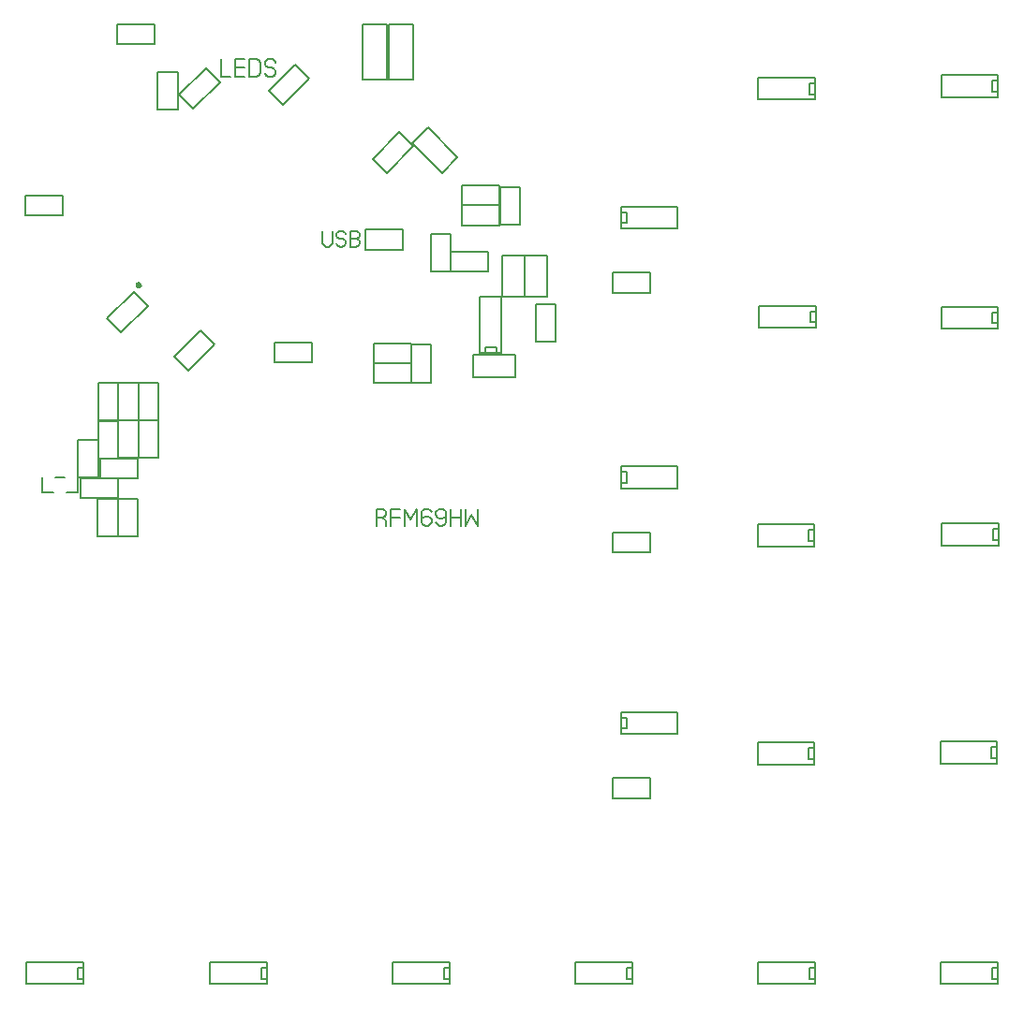
<source format=gto>
%FSLAX34Y34*%
%MOMM*%
%LNSILK_TOP*%
G71*
G01*
%ADD10C, 0.100*%
%ADD11C, 0.178*%
%ADD12C, 0.189*%
%ADD13C, 0.150*%
%ADD14C, 0.200*%
%LPD*%
G54D10*
G75*
G01X149134Y-250247D02*
G03X149134Y-250247I-2500J0D01*
G01*
G36*
G75*
G01X149134Y-250247D02*
G03X149134Y-250247I-2500J0D01*
G01*
G37*
X149134Y-250247D01*
G54D11*
X313078Y-201188D02*
X313078Y-212744D01*
X314145Y-214522D01*
X316278Y-215411D01*
X318412Y-215411D01*
X320545Y-214522D01*
X321612Y-212744D01*
X321612Y-201188D01*
G54D11*
X325522Y-212744D02*
X326589Y-214522D01*
X328722Y-215411D01*
X330856Y-215411D01*
X332989Y-214522D01*
X334056Y-212744D01*
X334056Y-210966D01*
X332989Y-209188D01*
X330856Y-208300D01*
X328722Y-208300D01*
X326589Y-207411D01*
X325522Y-205633D01*
X325522Y-203855D01*
X326589Y-202077D01*
X328722Y-201188D01*
X330856Y-201188D01*
X332989Y-202077D01*
X334056Y-203855D01*
G54D11*
X337966Y-215411D02*
X337966Y-201188D01*
X343300Y-201188D01*
X345433Y-202077D01*
X346500Y-203855D01*
X346500Y-205633D01*
X345433Y-207411D01*
X343300Y-208300D01*
X345433Y-209188D01*
X346500Y-210966D01*
X346500Y-212744D01*
X345433Y-214522D01*
X343300Y-215411D01*
X337966Y-215411D01*
G54D11*
X337966Y-208300D02*
X343300Y-208300D01*
G54D12*
X366017Y-460202D02*
X369417Y-462091D01*
X370550Y-463980D01*
X370550Y-467758D01*
G54D12*
X361484Y-467758D02*
X361484Y-452646D01*
X367150Y-452646D01*
X369417Y-453591D01*
X370550Y-455480D01*
X370550Y-457369D01*
X369417Y-459258D01*
X367150Y-460202D01*
X361484Y-460202D01*
G54D12*
X374707Y-467758D02*
X374707Y-452647D01*
X382640Y-452646D01*
G54D12*
X374707Y-460202D02*
X382640Y-460202D01*
G54D12*
X386796Y-467758D02*
X386796Y-452646D01*
X392462Y-462091D01*
X398129Y-452647D01*
X398129Y-467758D01*
G54D12*
X411352Y-455480D02*
X410218Y-453591D01*
X407952Y-452647D01*
X405685Y-452646D01*
X403418Y-453591D01*
X402285Y-455480D01*
X402285Y-460202D01*
X402285Y-461146D01*
X405685Y-459258D01*
X407952Y-459258D01*
X410218Y-460202D01*
X411352Y-462091D01*
X411352Y-464924D01*
X410218Y-466813D01*
X407952Y-467758D01*
X405685Y-467758D01*
X403418Y-466813D01*
X402284Y-464924D01*
X402285Y-460202D01*
G54D12*
X415508Y-464924D02*
X416641Y-466813D01*
X418908Y-467758D01*
X421174Y-467758D01*
X423441Y-466813D01*
X424574Y-464924D01*
X424574Y-460202D01*
X424574Y-459258D01*
X421174Y-461146D01*
X418908Y-461146D01*
X416641Y-460202D01*
X415508Y-458313D01*
X415508Y-455480D01*
X416641Y-453591D01*
X418908Y-452646D01*
X421174Y-452646D01*
X423441Y-453591D01*
X424574Y-455480D01*
X424574Y-460202D01*
G54D12*
X428731Y-467758D02*
X428731Y-452646D01*
G54D12*
X437798Y-467758D02*
X437798Y-452647D01*
G54D12*
X428731Y-460202D02*
X437798Y-460202D01*
G54D12*
X441954Y-452647D02*
X441954Y-467758D01*
X447620Y-458313D01*
X453287Y-467758D01*
X453287Y-452647D01*
G54D13*
X351465Y-218153D02*
X351465Y-200153D01*
X385465Y-200153D01*
X385465Y-218153D01*
X351465Y-218153D01*
G54D13*
X472844Y-177994D02*
X472844Y-195994D01*
X438844Y-195994D01*
X438844Y-177994D01*
X472844Y-177994D01*
G54D13*
X472844Y-159737D02*
X472844Y-177737D01*
X438844Y-177737D01*
X438844Y-159737D01*
X472844Y-159737D01*
G54D13*
X382456Y-111790D02*
X395184Y-124518D01*
X371142Y-148560D01*
X358414Y-135832D01*
X382456Y-111790D01*
G54D13*
X269775Y-319819D02*
X269775Y-301819D01*
X303775Y-301819D01*
X303775Y-319819D01*
X269775Y-319819D01*
G54D13*
X454796Y-311493D02*
X474796Y-311493D01*
X474796Y-260393D01*
X454796Y-260393D01*
X454796Y-311493D01*
G54D13*
X459796Y-311493D02*
X469796Y-311493D01*
X469796Y-306493D01*
X459796Y-306493D01*
X459796Y-311493D01*
G54D14*
X221334Y-45608D02*
X221334Y-61608D01*
X229734Y-61608D01*
G54D14*
X242534Y-61608D02*
X234134Y-61608D01*
X234134Y-45608D01*
X242534Y-45608D01*
G54D14*
X234134Y-53608D02*
X242534Y-53608D01*
G54D14*
X246934Y-61608D02*
X246934Y-45608D01*
X252934Y-45608D01*
X255334Y-46608D01*
X256534Y-48608D01*
X256534Y-58608D01*
X255334Y-60608D01*
X252934Y-61608D01*
X246934Y-61608D01*
G54D14*
X260934Y-58608D02*
X262134Y-60608D01*
X264534Y-61608D01*
X266934Y-61608D01*
X269334Y-60608D01*
X270534Y-58608D01*
X270534Y-56608D01*
X269334Y-54608D01*
X266934Y-53608D01*
X264534Y-53608D01*
X262134Y-52608D01*
X260934Y-50608D01*
X260934Y-48608D01*
X262134Y-46608D01*
X264534Y-45608D01*
X266934Y-45608D01*
X269334Y-46608D01*
X270534Y-48608D01*
G54D13*
X164038Y-57507D02*
X182038Y-57507D01*
X182038Y-91507D01*
X164038Y-91507D01*
X164038Y-57507D01*
G54D13*
X288392Y-50566D02*
X301120Y-63294D01*
X277078Y-87335D01*
X264350Y-74608D01*
X288392Y-50566D01*
G54D13*
X207428Y-54138D02*
X220156Y-66865D01*
X196115Y-90907D01*
X183387Y-78179D01*
X207428Y-54138D01*
G54D13*
X349472Y-14656D02*
X371472Y-14656D01*
X371472Y-64656D01*
X349472Y-64656D01*
X349472Y-14656D01*
G54D13*
X372491Y-14656D02*
X394491Y-14656D01*
X394491Y-64656D01*
X372491Y-64656D01*
X372491Y-14656D01*
G54D13*
X178631Y-314822D02*
X191358Y-327550D01*
X215400Y-303509D01*
X202672Y-290781D01*
X178631Y-314822D01*
G54D13*
X164344Y-338600D02*
X146344Y-338600D01*
X146344Y-372600D01*
X164344Y-372600D01*
X164344Y-338600D01*
G54D13*
X146484Y-338600D02*
X128484Y-338600D01*
X128484Y-372600D01*
X146484Y-372600D01*
X146484Y-338600D01*
G54D13*
X164344Y-372731D02*
X146344Y-372731D01*
X146344Y-406731D01*
X164344Y-406731D01*
X164344Y-372731D01*
G54D13*
X146484Y-372731D02*
X128484Y-372731D01*
X128484Y-406731D01*
X146484Y-406731D01*
X146484Y-372731D01*
G54D13*
X127764Y-443474D02*
X109764Y-443473D01*
X109764Y-477473D01*
X127764Y-477473D01*
X127764Y-443474D01*
G54D13*
X146149Y-443543D02*
X128150Y-443543D01*
X128150Y-477543D01*
X146149Y-477543D01*
X146149Y-443543D01*
G54D13*
X59708Y-424342D02*
X59708Y-437342D01*
X69708Y-437342D01*
G54D13*
X79708Y-424342D02*
X71708Y-424342D01*
G54D13*
X410728Y-203729D02*
X428728Y-203729D01*
X428728Y-237729D01*
X410728Y-237729D01*
X410728Y-203729D01*
G54D13*
X462770Y-219832D02*
X462770Y-237832D01*
X428770Y-237832D01*
X428770Y-219832D01*
X462770Y-219832D01*
G54D13*
X392959Y-302658D02*
X392959Y-320658D01*
X358959Y-320658D01*
X358959Y-302658D01*
X392959Y-302658D01*
G54D13*
X523661Y-301487D02*
X505661Y-301487D01*
X505661Y-267487D01*
X523661Y-267487D01*
X523661Y-301487D01*
G54D13*
X475164Y-223063D02*
X495164Y-223063D01*
X495164Y-261063D01*
X475164Y-261063D01*
X475164Y-223063D01*
G54D13*
X486890Y-313453D02*
X486890Y-333453D01*
X448890Y-333453D01*
X448890Y-313453D01*
X486890Y-313453D01*
G54D13*
X495801Y-223063D02*
X515801Y-223063D01*
X515801Y-261063D01*
X495801Y-261063D01*
X495801Y-223063D01*
G54D13*
X392959Y-320914D02*
X392959Y-338914D01*
X358959Y-338914D01*
X358959Y-320914D01*
X392959Y-320914D01*
G54D13*
X491368Y-195594D02*
X473368Y-195594D01*
X473368Y-161594D01*
X491368Y-161594D01*
X491368Y-195594D01*
G54D13*
X160963Y-14479D02*
X160963Y-32479D01*
X126963Y-32479D01*
X126963Y-14479D01*
X160963Y-14479D01*
G54D13*
X128040Y-338621D02*
X110040Y-338621D01*
X110040Y-372621D01*
X128040Y-372621D01*
X128040Y-338621D01*
G54D13*
X128037Y-372922D02*
X110037Y-372922D01*
X110037Y-406922D01*
X128037Y-406923D01*
X128037Y-372922D01*
G54D13*
X127994Y-443020D02*
X127994Y-425020D01*
X93994Y-425020D01*
X93994Y-443020D01*
X127994Y-443020D01*
G54D13*
X146150Y-425163D02*
X146150Y-407163D01*
X112150Y-407163D01*
X112150Y-425163D01*
X146150Y-425163D01*
G54D13*
X155066Y-269106D02*
X142338Y-256378D01*
X118297Y-280420D01*
X131024Y-293148D01*
X155066Y-269106D01*
G54D13*
X91972Y-424432D02*
X109972Y-424432D01*
X109972Y-390432D01*
X91972Y-390432D01*
X91972Y-424432D01*
G54D13*
X91714Y-424348D02*
X91714Y-437348D01*
X81714Y-437348D01*
G54D13*
X393916Y-121747D02*
X408059Y-107604D01*
X434929Y-134475D01*
X420786Y-148617D01*
X393916Y-121747D01*
G54D13*
X44203Y-186986D02*
X44203Y-168986D01*
X78203Y-168986D01*
X78203Y-186986D01*
X44203Y-186986D01*
G54D13*
X757696Y-882516D02*
X757696Y-862515D01*
X706596Y-862516D01*
X706596Y-882516D01*
X757696Y-882516D01*
G54D13*
X757696Y-877516D02*
X757696Y-867516D01*
X752696Y-867515D01*
X752696Y-877516D01*
X757696Y-877516D01*
G54D13*
X262396Y-882516D02*
X262396Y-862515D01*
X211296Y-862516D01*
X211296Y-882516D01*
X262396Y-882516D01*
G54D13*
X262396Y-877516D02*
X262396Y-867516D01*
X257396Y-867515D01*
X257396Y-877516D01*
X262396Y-877516D01*
G54D13*
X427496Y-882516D02*
X427496Y-862515D01*
X376396Y-862516D01*
X376396Y-882516D01*
X427496Y-882516D01*
G54D13*
X427496Y-877516D02*
X427496Y-867516D01*
X422496Y-867515D01*
X422496Y-877516D01*
X427496Y-877516D01*
G54D13*
X922796Y-882516D02*
X922796Y-862515D01*
X871696Y-862516D01*
X871696Y-882516D01*
X922796Y-882516D01*
G54D13*
X922796Y-877516D02*
X922796Y-867516D01*
X917796Y-867515D01*
X917796Y-877516D01*
X922796Y-877516D01*
G54D13*
X592596Y-882516D02*
X592596Y-862515D01*
X541496Y-862516D01*
X541496Y-882516D01*
X592596Y-882516D01*
G54D13*
X592596Y-877516D02*
X592596Y-867516D01*
X587596Y-867515D01*
X587596Y-877516D01*
X592596Y-877516D01*
G54D13*
X96502Y-882516D02*
X96502Y-862515D01*
X45402Y-862516D01*
X45402Y-882516D01*
X96502Y-882516D01*
G54D13*
X96502Y-877516D02*
X96502Y-867516D01*
X91502Y-867515D01*
X91502Y-877516D01*
X96502Y-877516D01*
G54D13*
X922605Y-682972D02*
X922605Y-662972D01*
X871505Y-662972D01*
X871505Y-682972D01*
X922605Y-682972D01*
G54D13*
X922605Y-677972D02*
X922605Y-667972D01*
X917605Y-667972D01*
X917605Y-677972D01*
X922605Y-677972D01*
G54D13*
X757108Y-683766D02*
X757108Y-663765D01*
X706008Y-663766D01*
X706008Y-683766D01*
X757108Y-683766D01*
G54D13*
X757108Y-678766D02*
X757108Y-668766D01*
X752108Y-668765D01*
X752108Y-678766D01*
X757108Y-678766D01*
G54D13*
X757277Y-486372D02*
X757277Y-466372D01*
X706177Y-466372D01*
X706177Y-486372D01*
X757277Y-486372D01*
G54D13*
X757277Y-481372D02*
X757277Y-471372D01*
X752277Y-471372D01*
X752277Y-481372D01*
X757277Y-481372D01*
G54D13*
X923796Y-485725D02*
X923796Y-465725D01*
X872696Y-465725D01*
X872696Y-485725D01*
X923796Y-485725D01*
G54D13*
X923796Y-480725D02*
X923796Y-470725D01*
X918796Y-470725D01*
X918796Y-480725D01*
X923796Y-480725D01*
G54D13*
X923002Y-289669D02*
X923002Y-269668D01*
X871902Y-269669D01*
X871902Y-289669D01*
X923002Y-289669D01*
G54D13*
X923002Y-284669D02*
X923002Y-274669D01*
X918002Y-274668D01*
X918002Y-284669D01*
X923002Y-284669D01*
G54D13*
X758696Y-288875D02*
X758696Y-268875D01*
X707596Y-268875D01*
X707596Y-288875D01*
X758696Y-288875D01*
G54D13*
X758696Y-283875D02*
X758696Y-273875D01*
X753696Y-273875D01*
X753696Y-283875D01*
X758696Y-283875D01*
G54D13*
X582684Y-636324D02*
X582684Y-656324D01*
X633784Y-656324D01*
X633784Y-636324D01*
X582684Y-636324D01*
G54D13*
X582684Y-641324D02*
X582684Y-651324D01*
X587684Y-651324D01*
X587684Y-641324D01*
X582684Y-641324D01*
G54D13*
X574780Y-714090D02*
X574780Y-696090D01*
X608780Y-696090D01*
X608780Y-714090D01*
X574780Y-714090D01*
G54D13*
X582684Y-414074D02*
X582684Y-434074D01*
X633784Y-434074D01*
X633784Y-414074D01*
X582684Y-414074D01*
G54D13*
X582684Y-419074D02*
X582684Y-429074D01*
X587684Y-429074D01*
X587684Y-419074D01*
X582684Y-419074D01*
G54D13*
X574780Y-491840D02*
X574780Y-473840D01*
X608780Y-473840D01*
X608780Y-491840D01*
X574780Y-491840D01*
G54D13*
X582684Y-179124D02*
X582684Y-199124D01*
X633784Y-199124D01*
X633784Y-179124D01*
X582684Y-179124D01*
G54D13*
X582684Y-184124D02*
X582684Y-194124D01*
X587684Y-194124D01*
X587684Y-184124D01*
X582684Y-184124D01*
G54D13*
X574780Y-256890D02*
X574780Y-238890D01*
X608780Y-238890D01*
X608780Y-256890D01*
X574780Y-256890D01*
G54D13*
X923002Y-80119D02*
X923002Y-60118D01*
X871902Y-60119D01*
X871902Y-80119D01*
X923002Y-80119D01*
G54D13*
X923002Y-75119D02*
X923002Y-65119D01*
X918002Y-65118D01*
X918002Y-75119D01*
X923002Y-75119D01*
G54D13*
X757696Y-82416D02*
X757696Y-62415D01*
X706596Y-62416D01*
X706596Y-82416D01*
X757696Y-82416D01*
G54D13*
X757696Y-77416D02*
X757696Y-67416D01*
X752696Y-67415D01*
X752696Y-77416D01*
X757696Y-77416D01*
G54D13*
X410994Y-338183D02*
X392994Y-338183D01*
X392994Y-304183D01*
X410994Y-304183D01*
X410994Y-338183D01*
M02*

</source>
